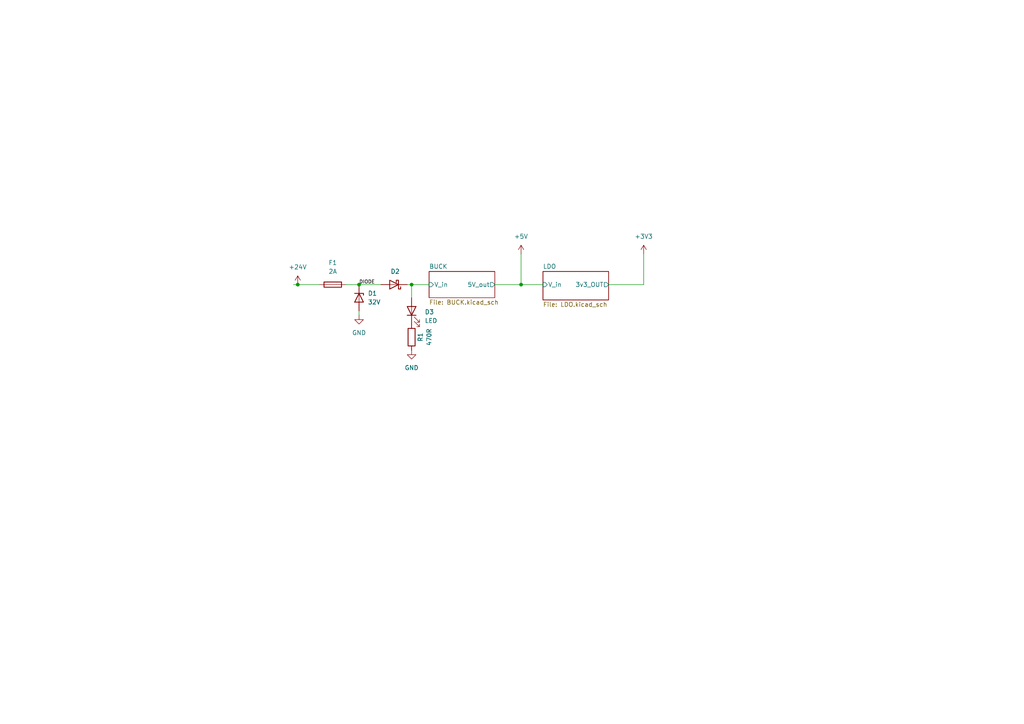
<source format=kicad_sch>
(kicad_sch (version 20211123) (generator eeschema)
  (paper "A4")
  (lib_symbols
    (symbol "Device:D_Schottky" (pin_numbers hide) (pin_names (offset 1.016) hide)
      (property "Reference" "D" (at 0 2.54 0))
      (property "Value" "D_Schottky" (at 0 -2.54 0))
      (symbol "D_Schottky_0_1"
        (polyline (pts (xy 1.27 0) (xy -1.27 0)))
        (polyline (pts (xy 1.27 1.27) (xy 1.27 -1.27) (xy -1.27 0) (xy 1.27 1.27)) (stroke (width 0.254)))
        (polyline (pts (xy -1.905 0.635) (xy -1.905 1.27) (xy -1.27 1.27) (xy -1.27 -1.27) (xy -0.635 -1.27) (xy -0.635 -0.635)) (stroke (width 0.254)))
      )
      (symbol "D_Schottky_1_1"
        (pin passive line (at -3.81 0 0) (length 2.54) (name "K") (number "1"))
        (pin passive line (at 3.81 0 180) (length 2.54) (name "A") (number "2"))
      )
    )
    (symbol "Device:D_Zener" (pin_numbers hide) (pin_names (offset 1.016) hide)
      (property "Reference" "D" (at 0 2.54 0))
      (property "Value" "D_Zener" (at 0 -2.54 0))
      (symbol "D_Zener_0_1"
        (polyline (pts (xy 1.27 0) (xy -1.27 0)))
        (polyline (pts (xy -1.27 -1.27) (xy -1.27 1.27) (xy -0.762 1.27)) (stroke (width 0.254)))
        (polyline (pts (xy 1.27 -1.27) (xy 1.27 1.27) (xy -1.27 0) (xy 1.27 -1.27)) (stroke (width 0.254)))
      )
      (symbol "D_Zener_1_1"
        (pin passive line (at -3.81 0 0) (length 2.54) (name "K") (number "1"))
        (pin passive line (at 3.81 0 180) (length 2.54) (name "A") (number "2"))
      )
    )
    (symbol "Device:Fuse" (pin_numbers hide) (pin_names (offset 0))
      (property "Reference" "F" (at 2.032 0 90))
      (property "Value" "Fuse" (at -1.905 0 90))
      (symbol "Fuse_0_1"
        (rectangle (start -0.762 -2.54) (end 0.762 2.54) (stroke (width 0.254)))
        (polyline (pts (xy 0 2.54) (xy 0 -2.54)))
      )
      (symbol "Fuse_1_1"
        (pin passive line (at 0 3.81 270) (length 1.27) (name "~") (number "1"))
        (pin passive line (at 0 -3.81 90) (length 1.27) (name "~") (number "2"))
      )
    )
    (symbol "Device:LED" (pin_numbers hide) (pin_names (offset 1.016) hide)
      (property "Reference" "D" (at 0 2.54 0))
      (property "Value" "LED" (at 0 -2.54 0))
      (symbol "LED_0_1"
        (polyline (pts (xy -1.27 -1.27) (xy -1.27 1.27)) (stroke (width 0.254)))
        (polyline (pts (xy -1.27 0) (xy 1.27 0)))
        (polyline (pts (xy 1.27 -1.27) (xy 1.27 1.27) (xy -1.27 0) (xy 1.27 -1.27)) (stroke (width 0.254)))
        (polyline (pts (xy -3.048 -0.762) (xy -4.572 -2.286) (xy -3.81 -2.286) (xy -4.572 -2.286) (xy -4.572 -1.524)))
        (polyline (pts (xy -1.778 -0.762) (xy -3.302 -2.286) (xy -2.54 -2.286) (xy -3.302 -2.286) (xy -3.302 -1.524)))
      )
      (symbol "LED_1_1"
        (pin passive line (at -3.81 0 0) (length 2.54) (name "K") (number "1"))
        (pin passive line (at 3.81 0 180) (length 2.54) (name "A") (number "2"))
      )
    )
    (symbol "Device:R" (pin_numbers hide) (pin_names (offset 0))
      (property "Reference" "R" (at 2.032 0 90))
      (property "Value" "R" (at 0 0 90))
      (symbol "R_0_1"
        (rectangle (start -1.016 -2.54) (end 1.016 2.54) (stroke (width 0.254)))
      )
      (symbol "R_1_1"
        (pin passive line (at 0 3.81 270) (length 1.27) (name "~") (number "1"))
        (pin passive line (at 0 -3.81 90) (length 1.27) (name "~") (number "2"))
      )
    )
    (symbol "power:+24V" (power) (pin_names (offset 0))
      (property "Value" "+24V" (at 0 3.556 0))
      (symbol "+24V_0_1"
        (polyline (pts (xy -0.762 1.27) (xy 0 2.54)))
        (polyline (pts (xy 0 0) (xy 0 2.54)))
        (polyline (pts (xy 0 2.54) (xy 0.762 1.27)))
      )
      (symbol "+24V_1_1"
        (pin power_in line (at 0 0 90) (length 0) hide (name "+24V") (number "1"))
      )
    )
    (symbol "power:+3V3" (power) (pin_names (offset 0))
      (property "Value" "+3V3" (at 0 3.556 0))
      (symbol "+3V3_0_1"
        (polyline (pts (xy -0.762 1.27) (xy 0 2.54)))
        (polyline (pts (xy 0 0) (xy 0 2.54)))
        (polyline (pts (xy 0 2.54) (xy 0.762 1.27)))
      )
      (symbol "+3V3_1_1"
        (pin power_in line (at 0 0 90) (length 0) hide (name "+3V3") (number "1"))
      )
    )
    (symbol "power:+5V" (power) (pin_names (offset 0))
      (property "Value" "+5V" (at 0 3.556 0))
      (symbol "+5V_0_1"
        (polyline (pts (xy -0.762 1.27) (xy 0 2.54)))
        (polyline (pts (xy 0 0) (xy 0 2.54)))
        (polyline (pts (xy 0 2.54) (xy 0.762 1.27)))
      )
      (symbol "+5V_1_1"
        (pin power_in line (at 0 0 90) (length 0) hide (name "+5V") (number "1"))
      )
    )
    (symbol "power:GND" (power) (pin_names (offset 0))
      (property "Value" "GND" (at 0 -3.81 0))
      (symbol "GND_0_1"
        (polyline (pts (xy 0 0) (xy 0 -1.27) (xy 1.27 -1.27) (xy 0 -2.54) (xy -1.27 -1.27) (xy 0 -1.27)))
      )
      (symbol "GND_1_1"
        (pin power_in line (at 0 0 270) (length 0) hide (name "GND") (number "1"))
      )
    )
  )
  (junction (at 151.13 82.55))
  (junction (at 86.36 82.55))
  (junction (at 119.38 82.55))
  (junction (at 104.14 82.55))
  (wire (pts (xy 118.11 82.55) (xy 119.38 82.55)))
  (wire (pts (xy 143.51 82.55) (xy 151.13 82.55)))
  (wire (pts (xy 151.13 73.66) (xy 151.13 82.55)))
  (wire (pts (xy 86.36 82.55) (xy 92.71 82.55)))
  (wire (pts (xy 151.13 82.55) (xy 157.48 82.55)))
  (wire (pts (xy 186.69 73.66) (xy 186.69 82.55)))
  (wire (pts (xy 104.14 82.55) (xy 110.49 82.55)))
  (wire (pts (xy 119.38 86.36) (xy 119.38 82.55)))
  (wire (pts (xy 186.69 82.55) (xy 176.53 82.55)))
  (wire (pts (xy 85.09 82.55) (xy 86.36 82.55)))
  (wire (pts (xy 100.33 82.55) (xy 104.14 82.55)))
  (wire (pts (xy 119.38 82.55) (xy 124.46 82.55)))
  (wire (pts (xy 104.14 91.44) (xy 104.14 90.17)))
  (label "DIODE" (at 104.14 82.55 0) (effects (font (size 1 1))))
  (symbol (lib_id "Device:D_Schottky") (at 114.3 82.55 180) (unit 1)
    (property "Reference" "D2" (at 114.6175 78.74 0))
    (property "Value" "0.7dV" (effects hide))
    (property "Footprint" "Diode_SMD:D_SMA" (effects hide))
    (property "Datasheet" "C14996" (effects hide))
  )
  (symbol (lib_id "power:+3V3") (at 186.69 73.66 0) (unit 1)
    (property "Reference" "#PWR0101" (effects hide))
    (property "Value" "+3V3" (at 186.69 68.58 0))
  )
  (symbol (lib_id "power:+5V") (at 151.13 73.66 0) (unit 1)
    (property "Reference" "#PWR0102" (effects hide))
    (property "Value" "+5V" (at 151.13 68.58 0))
  )
  (symbol (lib_id "power:GND") (at 104.14 91.44 0) (unit 1)
    (property "Reference" "#PWR0103" (effects hide))
    (property "Value" "GND" (at 104.14 96.52 0))
  )
  (symbol (lib_id "power:+24V") (at 86.36 82.55 0) (unit 1)
    (property "Reference" "#PWR0107" (effects hide))
    (property "Value" "+24V" (at 86.36 77.47 0))
  )
  (symbol (lib_id "Device:D_Zener") (at 104.14 86.36 270) (unit 1)
    (property "Reference" "D1" (at 106.68 85.0899 90) (effects (justify left)))
    (property "Value" "32V" (at 106.68 87.6299 90) (effects (justify left)))
    (property "Footprint" "Diode_SMD:D_SOD-323" (effects hide))
    (property "Datasheet" "C382868" (effects hide))
  )
  (symbol (lib_id "Device:Fuse") (at 96.52 82.55 270) (unit 1)
    (property "Reference" "F1" (at 96.52 76.2 90))
    (property "Value" "2A" (at 96.52 78.74 90))
    (property "Footprint" "Fuse:Fuse_1206_3216Metric_Pad1.42x1.75mm_HandSolder" (effects hide))
    (property "Datasheet" "C182445" (effects hide))
  )
  (symbol (lib_id "Device:LED") (at 119.38 90.17 90) (unit 1)
    (property "Reference" "D3" (at 123.19 90.4874 90) (effects (justify right)))
    (property "Value" "LED" (at 123.19 93.0274 90) (effects (justify right)))
    (property "Footprint" "LED_SMD:LED_0603_1608Metric_Pad1.05x0.95mm_HandSolder" (effects hide))
    (property "Datasheet" "C138546" (effects hide))
  )
  (symbol (lib_id "Device:R") (at 119.38 97.79 180) (unit 1)
    (property "Reference" "R1" (at 121.92 97.79 90))
    (property "Value" "470R" (at 124.46 97.79 90))
    (property "Footprint" "Resistor_SMD:R_0603_1608Metric_Pad0.98x0.95mm_HandSolder" (effects hide))
  )
  (symbol (lib_id "power:GND") (at 119.38 101.6 0) (unit 1)
    (property "Reference" "#PWR0108" (effects hide))
    (property "Value" "GND" (at 119.38 106.68 0))
  )
  (sheet (at 124.46 78.74) (size 19.05 7.62) (stroke (width 0.1524))
    (property "Sheet name" "BUCK" (at 124.46 78.0284 0) (effects (justify left bottom)))
    (property "Sheet file" "BUCK.kicad_sch" (at 124.46 86.9446 0) (effects (justify left top)))
    (pin "V_in" input (at 124.46 82.55 180))
    (pin "5V_out" output (at 143.51 82.55 0))
  )
  (sheet (at 157.48 78.74) (size 19.05 8.255) (stroke (width 0.1524))
    (property "Sheet name" "LDO" (at 157.48 78.0284 0) (effects (justify left bottom)))
    (property "Sheet file" "LDO.kicad_sch" (at 157.48 87.5796 0) (effects (justify left top)))
    (pin "V_in" input (at 157.48 82.55 180))
    (pin "3v3_OUT" output (at 176.53 82.55 0))
  )
)
</source>
